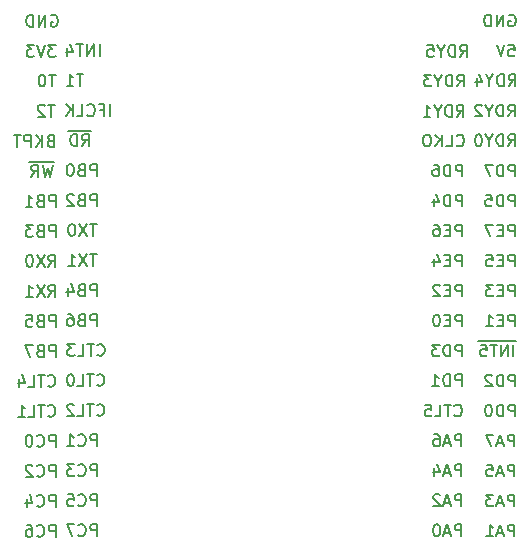
<source format=gbr>
%TF.GenerationSoftware,KiCad,Pcbnew,6.0.11-2627ca5db0~126~ubuntu20.04.1*%
%TF.CreationDate,2023-02-28T18:41:23+07:00*%
%TF.ProjectId,CY7C68013A-100,43593743-3638-4303-9133-412d3130302e,rev?*%
%TF.SameCoordinates,Original*%
%TF.FileFunction,Legend,Bot*%
%TF.FilePolarity,Positive*%
%FSLAX46Y46*%
G04 Gerber Fmt 4.6, Leading zero omitted, Abs format (unit mm)*
G04 Created by KiCad (PCBNEW 6.0.11-2627ca5db0~126~ubuntu20.04.1) date 2023-02-28 18:41:23*
%MOMM*%
%LPD*%
G01*
G04 APERTURE LIST*
%ADD10C,0.200000*%
G04 APERTURE END LIST*
D10*
X121989695Y-99909380D02*
X121418266Y-99909380D01*
X121703980Y-100909380D02*
X121703980Y-99909380D01*
X121180171Y-99909380D02*
X120513504Y-100909380D01*
X120513504Y-99909380D02*
X121180171Y-100909380D01*
X119608742Y-100909380D02*
X120180171Y-100909380D01*
X119894457Y-100909380D02*
X119894457Y-99909380D01*
X119989695Y-100052238D01*
X120084933Y-100147476D01*
X120180171Y-100195095D01*
X118509895Y-123845580D02*
X118509895Y-122845580D01*
X118128942Y-122845580D01*
X118033704Y-122893200D01*
X117986085Y-122940819D01*
X117938466Y-123036057D01*
X117938466Y-123178914D01*
X117986085Y-123274152D01*
X118033704Y-123321771D01*
X118128942Y-123369390D01*
X118509895Y-123369390D01*
X116938466Y-123750342D02*
X116986085Y-123797961D01*
X117128942Y-123845580D01*
X117224180Y-123845580D01*
X117367038Y-123797961D01*
X117462276Y-123702723D01*
X117509895Y-123607485D01*
X117557514Y-123417009D01*
X117557514Y-123274152D01*
X117509895Y-123083676D01*
X117462276Y-122988438D01*
X117367038Y-122893200D01*
X117224180Y-122845580D01*
X117128942Y-122845580D01*
X116986085Y-122893200D01*
X116938466Y-122940819D01*
X116081323Y-122845580D02*
X116271800Y-122845580D01*
X116367038Y-122893200D01*
X116414657Y-122940819D01*
X116509895Y-123083676D01*
X116557514Y-123274152D01*
X116557514Y-123655104D01*
X116509895Y-123750342D01*
X116462276Y-123797961D01*
X116367038Y-123845580D01*
X116176561Y-123845580D01*
X116081323Y-123797961D01*
X116033704Y-123750342D01*
X115986085Y-123655104D01*
X115986085Y-123417009D01*
X116033704Y-123321771D01*
X116081323Y-123274152D01*
X116176561Y-123226533D01*
X116367038Y-123226533D01*
X116462276Y-123274152D01*
X116509895Y-123321771D01*
X116557514Y-123417009D01*
X118509895Y-106065580D02*
X118509895Y-105065580D01*
X118128942Y-105065580D01*
X118033704Y-105113200D01*
X117986085Y-105160819D01*
X117938466Y-105256057D01*
X117938466Y-105398914D01*
X117986085Y-105494152D01*
X118033704Y-105541771D01*
X118128942Y-105589390D01*
X118509895Y-105589390D01*
X117176561Y-105541771D02*
X117033704Y-105589390D01*
X116986085Y-105637009D01*
X116938466Y-105732247D01*
X116938466Y-105875104D01*
X116986085Y-105970342D01*
X117033704Y-106017961D01*
X117128942Y-106065580D01*
X117509895Y-106065580D01*
X117509895Y-105065580D01*
X117176561Y-105065580D01*
X117081323Y-105113200D01*
X117033704Y-105160819D01*
X116986085Y-105256057D01*
X116986085Y-105351295D01*
X117033704Y-105446533D01*
X117081323Y-105494152D01*
X117176561Y-105541771D01*
X117509895Y-105541771D01*
X116033704Y-105065580D02*
X116509895Y-105065580D01*
X116557514Y-105541771D01*
X116509895Y-105494152D01*
X116414657Y-105446533D01*
X116176561Y-105446533D01*
X116081323Y-105494152D01*
X116033704Y-105541771D01*
X115986085Y-105637009D01*
X115986085Y-105875104D01*
X116033704Y-105970342D01*
X116081323Y-106017961D01*
X116176561Y-106065580D01*
X116414657Y-106065580D01*
X116509895Y-106017961D01*
X116557514Y-105970342D01*
X118073323Y-90301771D02*
X117930466Y-90349390D01*
X117882847Y-90397009D01*
X117835228Y-90492247D01*
X117835228Y-90635104D01*
X117882847Y-90730342D01*
X117930466Y-90777961D01*
X118025704Y-90825580D01*
X118406657Y-90825580D01*
X118406657Y-89825580D01*
X118073323Y-89825580D01*
X117978085Y-89873200D01*
X117930466Y-89920819D01*
X117882847Y-90016057D01*
X117882847Y-90111295D01*
X117930466Y-90206533D01*
X117978085Y-90254152D01*
X118073323Y-90301771D01*
X118406657Y-90301771D01*
X117406657Y-90825580D02*
X117406657Y-89825580D01*
X116835228Y-90825580D02*
X117263799Y-90254152D01*
X116835228Y-89825580D02*
X117406657Y-90397009D01*
X116406657Y-90825580D02*
X116406657Y-89825580D01*
X116025704Y-89825580D01*
X115930466Y-89873200D01*
X115882847Y-89920819D01*
X115835228Y-90016057D01*
X115835228Y-90158914D01*
X115882847Y-90254152D01*
X115930466Y-90301771D01*
X116025704Y-90349390D01*
X116406657Y-90349390D01*
X115549514Y-89825580D02*
X114978085Y-89825580D01*
X115263799Y-90825580D02*
X115263799Y-89825580D01*
X123118333Y-88234780D02*
X123118333Y-87234780D01*
X122308809Y-87710971D02*
X122642142Y-87710971D01*
X122642142Y-88234780D02*
X122642142Y-87234780D01*
X122165952Y-87234780D01*
X121213571Y-88139542D02*
X121261190Y-88187161D01*
X121404047Y-88234780D01*
X121499285Y-88234780D01*
X121642142Y-88187161D01*
X121737380Y-88091923D01*
X121785000Y-87996685D01*
X121832619Y-87806209D01*
X121832619Y-87663352D01*
X121785000Y-87472876D01*
X121737380Y-87377638D01*
X121642142Y-87282400D01*
X121499285Y-87234780D01*
X121404047Y-87234780D01*
X121261190Y-87282400D01*
X121213571Y-87330019D01*
X120308809Y-88234780D02*
X120785000Y-88234780D01*
X120785000Y-87234780D01*
X119975476Y-88234780D02*
X119975476Y-87234780D01*
X119404047Y-88234780D02*
X119832619Y-87663352D01*
X119404047Y-87234780D02*
X119975476Y-87806209D01*
X156854448Y-82180180D02*
X157330638Y-82180180D01*
X157378257Y-82656371D01*
X157330638Y-82608752D01*
X157235400Y-82561133D01*
X156997305Y-82561133D01*
X156902067Y-82608752D01*
X156854448Y-82656371D01*
X156806829Y-82751609D01*
X156806829Y-82989704D01*
X156854448Y-83084942D01*
X156902067Y-83132561D01*
X156997305Y-83180180D01*
X157235400Y-83180180D01*
X157330638Y-83132561D01*
X157378257Y-83084942D01*
X156521114Y-82180180D02*
X156187781Y-83180180D01*
X155854448Y-82180180D01*
X152898267Y-111094780D02*
X152898267Y-110094780D01*
X152517314Y-110094780D01*
X152422076Y-110142400D01*
X152374457Y-110190019D01*
X152326838Y-110285257D01*
X152326838Y-110428114D01*
X152374457Y-110523352D01*
X152422076Y-110570971D01*
X152517314Y-110618590D01*
X152898267Y-110618590D01*
X151898267Y-111094780D02*
X151898267Y-110094780D01*
X151660172Y-110094780D01*
X151517314Y-110142400D01*
X151422076Y-110237638D01*
X151374457Y-110332876D01*
X151326838Y-110523352D01*
X151326838Y-110666209D01*
X151374457Y-110856685D01*
X151422076Y-110951923D01*
X151517314Y-111047161D01*
X151660172Y-111094780D01*
X151898267Y-111094780D01*
X150374457Y-111094780D02*
X150945886Y-111094780D01*
X150660172Y-111094780D02*
X150660172Y-110094780D01*
X150755410Y-110237638D01*
X150850648Y-110332876D01*
X150945886Y-110380495D01*
X121989695Y-103449380D02*
X121989695Y-102449380D01*
X121608742Y-102449380D01*
X121513504Y-102497000D01*
X121465885Y-102544619D01*
X121418266Y-102639857D01*
X121418266Y-102782714D01*
X121465885Y-102877952D01*
X121513504Y-102925571D01*
X121608742Y-102973190D01*
X121989695Y-102973190D01*
X120656361Y-102925571D02*
X120513504Y-102973190D01*
X120465885Y-103020809D01*
X120418266Y-103116047D01*
X120418266Y-103258904D01*
X120465885Y-103354142D01*
X120513504Y-103401761D01*
X120608742Y-103449380D01*
X120989695Y-103449380D01*
X120989695Y-102449380D01*
X120656361Y-102449380D01*
X120561123Y-102497000D01*
X120513504Y-102544619D01*
X120465885Y-102639857D01*
X120465885Y-102735095D01*
X120513504Y-102830333D01*
X120561123Y-102877952D01*
X120656361Y-102925571D01*
X120989695Y-102925571D01*
X119561123Y-102782714D02*
X119561123Y-103449380D01*
X119799219Y-102401761D02*
X120037314Y-103116047D01*
X119418266Y-103116047D01*
X118135304Y-79713200D02*
X118230542Y-79665580D01*
X118373400Y-79665580D01*
X118516257Y-79713200D01*
X118611495Y-79808438D01*
X118659114Y-79903676D01*
X118706733Y-80094152D01*
X118706733Y-80237009D01*
X118659114Y-80427485D01*
X118611495Y-80522723D01*
X118516257Y-80617961D01*
X118373400Y-80665580D01*
X118278161Y-80665580D01*
X118135304Y-80617961D01*
X118087685Y-80570342D01*
X118087685Y-80237009D01*
X118278161Y-80237009D01*
X117659114Y-80665580D02*
X117659114Y-79665580D01*
X117087685Y-80665580D01*
X117087685Y-79665580D01*
X116611495Y-80665580D02*
X116611495Y-79665580D01*
X116373400Y-79665580D01*
X116230542Y-79713200D01*
X116135304Y-79808438D01*
X116087685Y-79903676D01*
X116040066Y-80094152D01*
X116040066Y-80237009D01*
X116087685Y-80427485D01*
X116135304Y-80522723D01*
X116230542Y-80617961D01*
X116373400Y-80665580D01*
X116611495Y-80665580D01*
X152285580Y-113564942D02*
X152333200Y-113612561D01*
X152476057Y-113660180D01*
X152571295Y-113660180D01*
X152714152Y-113612561D01*
X152809390Y-113517323D01*
X152857009Y-113422085D01*
X152904628Y-113231609D01*
X152904628Y-113088752D01*
X152857009Y-112898276D01*
X152809390Y-112803038D01*
X152714152Y-112707800D01*
X152571295Y-112660180D01*
X152476057Y-112660180D01*
X152333200Y-112707800D01*
X152285580Y-112755419D01*
X151999866Y-112660180D02*
X151428438Y-112660180D01*
X151714152Y-113660180D02*
X151714152Y-112660180D01*
X150618914Y-113660180D02*
X151095104Y-113660180D01*
X151095104Y-112660180D01*
X149809390Y-112660180D02*
X150285580Y-112660180D01*
X150333200Y-113136371D01*
X150285580Y-113088752D01*
X150190342Y-113041133D01*
X149952247Y-113041133D01*
X149857009Y-113088752D01*
X149809390Y-113136371D01*
X149761771Y-113231609D01*
X149761771Y-113469704D01*
X149809390Y-113564942D01*
X149857009Y-113612561D01*
X149952247Y-113660180D01*
X150190342Y-113660180D01*
X150285580Y-113612561D01*
X150333200Y-113564942D01*
X122019818Y-110974142D02*
X122067438Y-111021761D01*
X122210295Y-111069380D01*
X122305533Y-111069380D01*
X122448390Y-111021761D01*
X122543628Y-110926523D01*
X122591247Y-110831285D01*
X122638866Y-110640809D01*
X122638866Y-110497952D01*
X122591247Y-110307476D01*
X122543628Y-110212238D01*
X122448390Y-110117000D01*
X122305533Y-110069380D01*
X122210295Y-110069380D01*
X122067438Y-110117000D01*
X122019818Y-110164619D01*
X121734104Y-110069380D02*
X121162676Y-110069380D01*
X121448390Y-111069380D02*
X121448390Y-110069380D01*
X120353152Y-111069380D02*
X120829342Y-111069380D01*
X120829342Y-110069380D01*
X119829342Y-110069380D02*
X119734104Y-110069380D01*
X119638866Y-110117000D01*
X119591247Y-110164619D01*
X119543628Y-110259857D01*
X119496009Y-110450333D01*
X119496009Y-110688428D01*
X119543628Y-110878904D01*
X119591247Y-110974142D01*
X119638866Y-111021761D01*
X119734104Y-111069380D01*
X119829342Y-111069380D01*
X119924580Y-111021761D01*
X119972199Y-110974142D01*
X120019818Y-110878904D01*
X120067438Y-110688428D01*
X120067438Y-110450333D01*
X120019818Y-110259857D01*
X119972199Y-110164619D01*
X119924580Y-110117000D01*
X119829342Y-110069380D01*
X122015095Y-116174780D02*
X122015095Y-115174780D01*
X121634142Y-115174780D01*
X121538904Y-115222400D01*
X121491285Y-115270019D01*
X121443666Y-115365257D01*
X121443666Y-115508114D01*
X121491285Y-115603352D01*
X121538904Y-115650971D01*
X121634142Y-115698590D01*
X122015095Y-115698590D01*
X120443666Y-116079542D02*
X120491285Y-116127161D01*
X120634142Y-116174780D01*
X120729380Y-116174780D01*
X120872238Y-116127161D01*
X120967476Y-116031923D01*
X121015095Y-115936685D01*
X121062714Y-115746209D01*
X121062714Y-115603352D01*
X121015095Y-115412876D01*
X120967476Y-115317638D01*
X120872238Y-115222400D01*
X120729380Y-115174780D01*
X120634142Y-115174780D01*
X120491285Y-115222400D01*
X120443666Y-115270019D01*
X119491285Y-116174780D02*
X120062714Y-116174780D01*
X119777000Y-116174780D02*
X119777000Y-115174780D01*
X119872238Y-115317638D01*
X119967476Y-115412876D01*
X120062714Y-115460495D01*
X117914657Y-100985580D02*
X118247990Y-100509390D01*
X118486085Y-100985580D02*
X118486085Y-99985580D01*
X118105133Y-99985580D01*
X118009895Y-100033200D01*
X117962276Y-100080819D01*
X117914657Y-100176057D01*
X117914657Y-100318914D01*
X117962276Y-100414152D01*
X118009895Y-100461771D01*
X118105133Y-100509390D01*
X118486085Y-100509390D01*
X117581323Y-99985580D02*
X116914657Y-100985580D01*
X116914657Y-99985580D02*
X117581323Y-100985580D01*
X116343228Y-99985580D02*
X116247990Y-99985580D01*
X116152752Y-100033200D01*
X116105133Y-100080819D01*
X116057514Y-100176057D01*
X116009895Y-100366533D01*
X116009895Y-100604628D01*
X116057514Y-100795104D01*
X116105133Y-100890342D01*
X116152752Y-100937961D01*
X116247990Y-100985580D01*
X116343228Y-100985580D01*
X116438466Y-100937961D01*
X116486085Y-100890342D01*
X116533704Y-100795104D01*
X116581323Y-100604628D01*
X116581323Y-100366533D01*
X116533704Y-100176057D01*
X116486085Y-100080819D01*
X116438466Y-100033200D01*
X116343228Y-99985580D01*
X118516304Y-84720180D02*
X117944876Y-84720180D01*
X118230590Y-85720180D02*
X118230590Y-84720180D01*
X117421066Y-84720180D02*
X117325828Y-84720180D01*
X117230590Y-84767800D01*
X117182971Y-84815419D01*
X117135352Y-84910657D01*
X117087733Y-85101133D01*
X117087733Y-85339228D01*
X117135352Y-85529704D01*
X117182971Y-85624942D01*
X117230590Y-85672561D01*
X117325828Y-85720180D01*
X117421066Y-85720180D01*
X117516304Y-85672561D01*
X117563923Y-85624942D01*
X117611542Y-85529704D01*
X117659161Y-85339228D01*
X117659161Y-85101133D01*
X117611542Y-84910657D01*
X117563923Y-84815419D01*
X117516304Y-84767800D01*
X117421066Y-84720180D01*
X157422695Y-95880180D02*
X157422695Y-94880180D01*
X157041742Y-94880180D01*
X156946504Y-94927800D01*
X156898885Y-94975419D01*
X156851266Y-95070657D01*
X156851266Y-95213514D01*
X156898885Y-95308752D01*
X156946504Y-95356371D01*
X157041742Y-95403990D01*
X157422695Y-95403990D01*
X156422695Y-95880180D02*
X156422695Y-94880180D01*
X156184600Y-94880180D01*
X156041742Y-94927800D01*
X155946504Y-95023038D01*
X155898885Y-95118276D01*
X155851266Y-95308752D01*
X155851266Y-95451609D01*
X155898885Y-95642085D01*
X155946504Y-95737323D01*
X156041742Y-95832561D01*
X156184600Y-95880180D01*
X156422695Y-95880180D01*
X154946504Y-94880180D02*
X155422695Y-94880180D01*
X155470314Y-95356371D01*
X155422695Y-95308752D01*
X155327457Y-95261133D01*
X155089361Y-95261133D01*
X154994123Y-95308752D01*
X154946504Y-95356371D01*
X154898885Y-95451609D01*
X154898885Y-95689704D01*
X154946504Y-95784942D01*
X154994123Y-95832561D01*
X155089361Y-95880180D01*
X155327457Y-95880180D01*
X155422695Y-95832561D01*
X155470314Y-95784942D01*
X152877638Y-116174780D02*
X152877638Y-115174780D01*
X152496686Y-115174780D01*
X152401448Y-115222400D01*
X152353829Y-115270019D01*
X152306210Y-115365257D01*
X152306210Y-115508114D01*
X152353829Y-115603352D01*
X152401448Y-115650971D01*
X152496686Y-115698590D01*
X152877638Y-115698590D01*
X151925257Y-115889066D02*
X151449067Y-115889066D01*
X152020495Y-116174780D02*
X151687162Y-115174780D01*
X151353829Y-116174780D01*
X150591924Y-115174780D02*
X150782400Y-115174780D01*
X150877638Y-115222400D01*
X150925257Y-115270019D01*
X151020495Y-115412876D01*
X151068114Y-115603352D01*
X151068114Y-115984304D01*
X151020495Y-116079542D01*
X150972876Y-116127161D01*
X150877638Y-116174780D01*
X150687162Y-116174780D01*
X150591924Y-116127161D01*
X150544305Y-116079542D01*
X150496686Y-115984304D01*
X150496686Y-115746209D01*
X150544305Y-115650971D01*
X150591924Y-115603352D01*
X150687162Y-115555733D01*
X150877638Y-115555733D01*
X150972876Y-115603352D01*
X151020495Y-115650971D01*
X151068114Y-115746209D01*
X121989695Y-105989380D02*
X121989695Y-104989380D01*
X121608742Y-104989380D01*
X121513504Y-105037000D01*
X121465885Y-105084619D01*
X121418266Y-105179857D01*
X121418266Y-105322714D01*
X121465885Y-105417952D01*
X121513504Y-105465571D01*
X121608742Y-105513190D01*
X121989695Y-105513190D01*
X120656361Y-105465571D02*
X120513504Y-105513190D01*
X120465885Y-105560809D01*
X120418266Y-105656047D01*
X120418266Y-105798904D01*
X120465885Y-105894142D01*
X120513504Y-105941761D01*
X120608742Y-105989380D01*
X120989695Y-105989380D01*
X120989695Y-104989380D01*
X120656361Y-104989380D01*
X120561123Y-105037000D01*
X120513504Y-105084619D01*
X120465885Y-105179857D01*
X120465885Y-105275095D01*
X120513504Y-105370333D01*
X120561123Y-105417952D01*
X120656361Y-105465571D01*
X120989695Y-105465571D01*
X119561123Y-104989380D02*
X119751600Y-104989380D01*
X119846838Y-105037000D01*
X119894457Y-105084619D01*
X119989695Y-105227476D01*
X120037314Y-105417952D01*
X120037314Y-105798904D01*
X119989695Y-105894142D01*
X119942076Y-105941761D01*
X119846838Y-105989380D01*
X119656361Y-105989380D01*
X119561123Y-105941761D01*
X119513504Y-105894142D01*
X119465885Y-105798904D01*
X119465885Y-105560809D01*
X119513504Y-105465571D01*
X119561123Y-105417952D01*
X119656361Y-105370333D01*
X119846838Y-105370333D01*
X119942076Y-105417952D01*
X119989695Y-105465571D01*
X120037314Y-105560809D01*
X157351266Y-121280180D02*
X157351266Y-120280180D01*
X156970314Y-120280180D01*
X156875076Y-120327800D01*
X156827457Y-120375419D01*
X156779838Y-120470657D01*
X156779838Y-120613514D01*
X156827457Y-120708752D01*
X156875076Y-120756371D01*
X156970314Y-120803990D01*
X157351266Y-120803990D01*
X156398885Y-120994466D02*
X155922695Y-120994466D01*
X156494123Y-121280180D02*
X156160790Y-120280180D01*
X155827457Y-121280180D01*
X155589361Y-120280180D02*
X154970314Y-120280180D01*
X155303647Y-120661133D01*
X155160790Y-120661133D01*
X155065552Y-120708752D01*
X155017933Y-120756371D01*
X154970314Y-120851609D01*
X154970314Y-121089704D01*
X155017933Y-121184942D01*
X155065552Y-121232561D01*
X155160790Y-121280180D01*
X155446504Y-121280180D01*
X155541742Y-121232561D01*
X155589361Y-121184942D01*
X122019818Y-113514142D02*
X122067438Y-113561761D01*
X122210295Y-113609380D01*
X122305533Y-113609380D01*
X122448390Y-113561761D01*
X122543628Y-113466523D01*
X122591247Y-113371285D01*
X122638866Y-113180809D01*
X122638866Y-113037952D01*
X122591247Y-112847476D01*
X122543628Y-112752238D01*
X122448390Y-112657000D01*
X122305533Y-112609380D01*
X122210295Y-112609380D01*
X122067438Y-112657000D01*
X122019818Y-112704619D01*
X121734104Y-112609380D02*
X121162676Y-112609380D01*
X121448390Y-113609380D02*
X121448390Y-112609380D01*
X120353152Y-113609380D02*
X120829342Y-113609380D01*
X120829342Y-112609380D01*
X120067438Y-112704619D02*
X120019818Y-112657000D01*
X119924580Y-112609380D01*
X119686485Y-112609380D01*
X119591247Y-112657000D01*
X119543628Y-112704619D01*
X119496009Y-112799857D01*
X119496009Y-112895095D01*
X119543628Y-113037952D01*
X120115057Y-113609380D01*
X119496009Y-113609380D01*
X157351266Y-118740180D02*
X157351266Y-117740180D01*
X156970314Y-117740180D01*
X156875076Y-117787800D01*
X156827457Y-117835419D01*
X156779838Y-117930657D01*
X156779838Y-118073514D01*
X156827457Y-118168752D01*
X156875076Y-118216371D01*
X156970314Y-118263990D01*
X157351266Y-118263990D01*
X156398885Y-118454466D02*
X155922695Y-118454466D01*
X156494123Y-118740180D02*
X156160790Y-117740180D01*
X155827457Y-118740180D01*
X155017933Y-117740180D02*
X155494123Y-117740180D01*
X155541742Y-118216371D01*
X155494123Y-118168752D01*
X155398885Y-118121133D01*
X155160790Y-118121133D01*
X155065552Y-118168752D01*
X155017933Y-118216371D01*
X154970314Y-118311609D01*
X154970314Y-118549704D01*
X155017933Y-118644942D01*
X155065552Y-118692561D01*
X155160790Y-118740180D01*
X155398885Y-118740180D01*
X155494123Y-118692561D01*
X155541742Y-118644942D01*
X118509895Y-108605580D02*
X118509895Y-107605580D01*
X118128942Y-107605580D01*
X118033704Y-107653200D01*
X117986085Y-107700819D01*
X117938466Y-107796057D01*
X117938466Y-107938914D01*
X117986085Y-108034152D01*
X118033704Y-108081771D01*
X118128942Y-108129390D01*
X118509895Y-108129390D01*
X117176561Y-108081771D02*
X117033704Y-108129390D01*
X116986085Y-108177009D01*
X116938466Y-108272247D01*
X116938466Y-108415104D01*
X116986085Y-108510342D01*
X117033704Y-108557961D01*
X117128942Y-108605580D01*
X117509895Y-108605580D01*
X117509895Y-107605580D01*
X117176561Y-107605580D01*
X117081323Y-107653200D01*
X117033704Y-107700819D01*
X116986085Y-107796057D01*
X116986085Y-107891295D01*
X117033704Y-107986533D01*
X117081323Y-108034152D01*
X117176561Y-108081771D01*
X117509895Y-108081771D01*
X116605133Y-107605580D02*
X115938466Y-107605580D01*
X116367038Y-108605580D01*
X118419428Y-92083200D02*
X117276571Y-92083200D01*
X118276571Y-92365580D02*
X118038476Y-93365580D01*
X117848000Y-92651295D01*
X117657523Y-93365580D01*
X117419428Y-92365580D01*
X117276571Y-92083200D02*
X116276571Y-92083200D01*
X116467047Y-93365580D02*
X116800380Y-92889390D01*
X117038476Y-93365580D02*
X117038476Y-92365580D01*
X116657523Y-92365580D01*
X116562285Y-92413200D01*
X116514666Y-92460819D01*
X116467047Y-92556057D01*
X116467047Y-92698914D01*
X116514666Y-92794152D01*
X116562285Y-92841771D01*
X116657523Y-92889390D01*
X117038476Y-92889390D01*
X156870210Y-85694780D02*
X157203543Y-85218590D01*
X157441638Y-85694780D02*
X157441638Y-84694780D01*
X157060686Y-84694780D01*
X156965448Y-84742400D01*
X156917829Y-84790019D01*
X156870210Y-84885257D01*
X156870210Y-85028114D01*
X156917829Y-85123352D01*
X156965448Y-85170971D01*
X157060686Y-85218590D01*
X157441638Y-85218590D01*
X156441638Y-85694780D02*
X156441638Y-84694780D01*
X156203543Y-84694780D01*
X156060686Y-84742400D01*
X155965448Y-84837638D01*
X155917829Y-84932876D01*
X155870210Y-85123352D01*
X155870210Y-85266209D01*
X155917829Y-85456685D01*
X155965448Y-85551923D01*
X156060686Y-85647161D01*
X156203543Y-85694780D01*
X156441638Y-85694780D01*
X155251162Y-85218590D02*
X155251162Y-85694780D01*
X155584495Y-84694780D02*
X155251162Y-85218590D01*
X154917829Y-84694780D01*
X154155924Y-85028114D02*
X154155924Y-85694780D01*
X154394019Y-84647161D02*
X154632114Y-85361447D01*
X154013067Y-85361447D01*
X117914657Y-103525580D02*
X118247990Y-103049390D01*
X118486085Y-103525580D02*
X118486085Y-102525580D01*
X118105133Y-102525580D01*
X118009895Y-102573200D01*
X117962276Y-102620819D01*
X117914657Y-102716057D01*
X117914657Y-102858914D01*
X117962276Y-102954152D01*
X118009895Y-103001771D01*
X118105133Y-103049390D01*
X118486085Y-103049390D01*
X117581323Y-102525580D02*
X116914657Y-103525580D01*
X116914657Y-102525580D02*
X117581323Y-103525580D01*
X116009895Y-103525580D02*
X116581323Y-103525580D01*
X116295609Y-103525580D02*
X116295609Y-102525580D01*
X116390847Y-102668438D01*
X116486085Y-102763676D01*
X116581323Y-102811295D01*
X121548400Y-89467000D02*
X120548400Y-89467000D01*
X120738876Y-90749380D02*
X121072209Y-90273190D01*
X121310304Y-90749380D02*
X121310304Y-89749380D01*
X120929352Y-89749380D01*
X120834114Y-89797000D01*
X120786495Y-89844619D01*
X120738876Y-89939857D01*
X120738876Y-90082714D01*
X120786495Y-90177952D01*
X120834114Y-90225571D01*
X120929352Y-90273190D01*
X121310304Y-90273190D01*
X120548400Y-89467000D02*
X119548400Y-89467000D01*
X120310304Y-90749380D02*
X120310304Y-89749380D01*
X120072209Y-89749380D01*
X119929352Y-89797000D01*
X119834114Y-89892238D01*
X119786495Y-89987476D01*
X119738876Y-90177952D01*
X119738876Y-90320809D01*
X119786495Y-90511285D01*
X119834114Y-90606523D01*
X119929352Y-90701761D01*
X120072209Y-90749380D01*
X120310304Y-90749380D01*
X121989695Y-95829380D02*
X121989695Y-94829380D01*
X121608742Y-94829380D01*
X121513504Y-94877000D01*
X121465885Y-94924619D01*
X121418266Y-95019857D01*
X121418266Y-95162714D01*
X121465885Y-95257952D01*
X121513504Y-95305571D01*
X121608742Y-95353190D01*
X121989695Y-95353190D01*
X120656361Y-95305571D02*
X120513504Y-95353190D01*
X120465885Y-95400809D01*
X120418266Y-95496047D01*
X120418266Y-95638904D01*
X120465885Y-95734142D01*
X120513504Y-95781761D01*
X120608742Y-95829380D01*
X120989695Y-95829380D01*
X120989695Y-94829380D01*
X120656361Y-94829380D01*
X120561123Y-94877000D01*
X120513504Y-94924619D01*
X120465885Y-95019857D01*
X120465885Y-95115095D01*
X120513504Y-95210333D01*
X120561123Y-95257952D01*
X120656361Y-95305571D01*
X120989695Y-95305571D01*
X120037314Y-94924619D02*
X119989695Y-94877000D01*
X119894457Y-94829380D01*
X119656361Y-94829380D01*
X119561123Y-94877000D01*
X119513504Y-94924619D01*
X119465885Y-95019857D01*
X119465885Y-95115095D01*
X119513504Y-95257952D01*
X120084933Y-95829380D01*
X119465885Y-95829380D01*
X157422695Y-113660180D02*
X157422695Y-112660180D01*
X157041742Y-112660180D01*
X156946504Y-112707800D01*
X156898885Y-112755419D01*
X156851266Y-112850657D01*
X156851266Y-112993514D01*
X156898885Y-113088752D01*
X156946504Y-113136371D01*
X157041742Y-113183990D01*
X157422695Y-113183990D01*
X156422695Y-113660180D02*
X156422695Y-112660180D01*
X156184600Y-112660180D01*
X156041742Y-112707800D01*
X155946504Y-112803038D01*
X155898885Y-112898276D01*
X155851266Y-113088752D01*
X155851266Y-113231609D01*
X155898885Y-113422085D01*
X155946504Y-113517323D01*
X156041742Y-113612561D01*
X156184600Y-113660180D01*
X156422695Y-113660180D01*
X155232219Y-112660180D02*
X155136980Y-112660180D01*
X155041742Y-112707800D01*
X154994123Y-112755419D01*
X154946504Y-112850657D01*
X154898885Y-113041133D01*
X154898885Y-113279228D01*
X154946504Y-113469704D01*
X154994123Y-113564942D01*
X155041742Y-113612561D01*
X155136980Y-113660180D01*
X155232219Y-113660180D01*
X155327457Y-113612561D01*
X155375076Y-113564942D01*
X155422695Y-113469704D01*
X155470314Y-113279228D01*
X155470314Y-113041133D01*
X155422695Y-112850657D01*
X155375076Y-112755419D01*
X155327457Y-112707800D01*
X155232219Y-112660180D01*
X121989695Y-97369380D02*
X121418266Y-97369380D01*
X121703980Y-98369380D02*
X121703980Y-97369380D01*
X121180171Y-97369380D02*
X120513504Y-98369380D01*
X120513504Y-97369380D02*
X121180171Y-98369380D01*
X119942076Y-97369380D02*
X119846838Y-97369380D01*
X119751600Y-97417000D01*
X119703980Y-97464619D01*
X119656361Y-97559857D01*
X119608742Y-97750333D01*
X119608742Y-97988428D01*
X119656361Y-98178904D01*
X119703980Y-98274142D01*
X119751600Y-98321761D01*
X119846838Y-98369380D01*
X119942076Y-98369380D01*
X120037314Y-98321761D01*
X120084933Y-98274142D01*
X120132552Y-98178904D01*
X120180171Y-97988428D01*
X120180171Y-97750333D01*
X120132552Y-97559857D01*
X120084933Y-97464619D01*
X120037314Y-97417000D01*
X119942076Y-97369380D01*
X122234152Y-83154780D02*
X122234152Y-82154780D01*
X121757961Y-83154780D02*
X121757961Y-82154780D01*
X121186533Y-83154780D01*
X121186533Y-82154780D01*
X120853200Y-82154780D02*
X120281771Y-82154780D01*
X120567485Y-83154780D02*
X120567485Y-82154780D01*
X119519866Y-82488114D02*
X119519866Y-83154780D01*
X119757961Y-82107161D02*
X119996057Y-82821447D01*
X119377009Y-82821447D01*
X117868580Y-113590342D02*
X117916200Y-113637961D01*
X118059057Y-113685580D01*
X118154295Y-113685580D01*
X118297152Y-113637961D01*
X118392390Y-113542723D01*
X118440009Y-113447485D01*
X118487628Y-113257009D01*
X118487628Y-113114152D01*
X118440009Y-112923676D01*
X118392390Y-112828438D01*
X118297152Y-112733200D01*
X118154295Y-112685580D01*
X118059057Y-112685580D01*
X117916200Y-112733200D01*
X117868580Y-112780819D01*
X117582866Y-112685580D02*
X117011438Y-112685580D01*
X117297152Y-113685580D02*
X117297152Y-112685580D01*
X116201914Y-113685580D02*
X116678104Y-113685580D01*
X116678104Y-112685580D01*
X115344771Y-113685580D02*
X115916200Y-113685580D01*
X115630485Y-113685580D02*
X115630485Y-112685580D01*
X115725723Y-112828438D01*
X115820961Y-112923676D01*
X115916200Y-112971295D01*
X157422695Y-93340180D02*
X157422695Y-92340180D01*
X157041742Y-92340180D01*
X156946504Y-92387800D01*
X156898885Y-92435419D01*
X156851266Y-92530657D01*
X156851266Y-92673514D01*
X156898885Y-92768752D01*
X156946504Y-92816371D01*
X157041742Y-92863990D01*
X157422695Y-92863990D01*
X156422695Y-93340180D02*
X156422695Y-92340180D01*
X156184600Y-92340180D01*
X156041742Y-92387800D01*
X155946504Y-92483038D01*
X155898885Y-92578276D01*
X155851266Y-92768752D01*
X155851266Y-92911609D01*
X155898885Y-93102085D01*
X155946504Y-93197323D01*
X156041742Y-93292561D01*
X156184600Y-93340180D01*
X156422695Y-93340180D01*
X155517933Y-92340180D02*
X154851266Y-92340180D01*
X155279838Y-93340180D01*
X118509895Y-116225580D02*
X118509895Y-115225580D01*
X118128942Y-115225580D01*
X118033704Y-115273200D01*
X117986085Y-115320819D01*
X117938466Y-115416057D01*
X117938466Y-115558914D01*
X117986085Y-115654152D01*
X118033704Y-115701771D01*
X118128942Y-115749390D01*
X118509895Y-115749390D01*
X116938466Y-116130342D02*
X116986085Y-116177961D01*
X117128942Y-116225580D01*
X117224180Y-116225580D01*
X117367038Y-116177961D01*
X117462276Y-116082723D01*
X117509895Y-115987485D01*
X117557514Y-115797009D01*
X117557514Y-115654152D01*
X117509895Y-115463676D01*
X117462276Y-115368438D01*
X117367038Y-115273200D01*
X117224180Y-115225580D01*
X117128942Y-115225580D01*
X116986085Y-115273200D01*
X116938466Y-115320819D01*
X116319419Y-115225580D02*
X116224180Y-115225580D01*
X116128942Y-115273200D01*
X116081323Y-115320819D01*
X116033704Y-115416057D01*
X115986085Y-115606533D01*
X115986085Y-115844628D01*
X116033704Y-116035104D01*
X116081323Y-116130342D01*
X116128942Y-116177961D01*
X116224180Y-116225580D01*
X116319419Y-116225580D01*
X116414657Y-116177961D01*
X116462276Y-116130342D01*
X116509895Y-116035104D01*
X116557514Y-115844628D01*
X116557514Y-115606533D01*
X116509895Y-115416057D01*
X116462276Y-115320819D01*
X116414657Y-115273200D01*
X116319419Y-115225580D01*
X152949067Y-93340180D02*
X152949067Y-92340180D01*
X152568114Y-92340180D01*
X152472876Y-92387800D01*
X152425257Y-92435419D01*
X152377638Y-92530657D01*
X152377638Y-92673514D01*
X152425257Y-92768752D01*
X152472876Y-92816371D01*
X152568114Y-92863990D01*
X152949067Y-92863990D01*
X151949067Y-93340180D02*
X151949067Y-92340180D01*
X151710972Y-92340180D01*
X151568114Y-92387800D01*
X151472876Y-92483038D01*
X151425257Y-92578276D01*
X151377638Y-92768752D01*
X151377638Y-92911609D01*
X151425257Y-93102085D01*
X151472876Y-93197323D01*
X151568114Y-93292561D01*
X151710972Y-93340180D01*
X151949067Y-93340180D01*
X150520495Y-92340180D02*
X150710972Y-92340180D01*
X150806210Y-92387800D01*
X150853829Y-92435419D01*
X150949067Y-92578276D01*
X150996686Y-92768752D01*
X150996686Y-93149704D01*
X150949067Y-93244942D01*
X150901448Y-93292561D01*
X150806210Y-93340180D01*
X150615733Y-93340180D01*
X150520495Y-93292561D01*
X150472876Y-93244942D01*
X150425257Y-93149704D01*
X150425257Y-92911609D01*
X150472876Y-92816371D01*
X150520495Y-92768752D01*
X150615733Y-92721133D01*
X150806210Y-92721133D01*
X150901448Y-92768752D01*
X150949067Y-92816371D01*
X150996686Y-92911609D01*
X157498847Y-107297800D02*
X157022657Y-107297800D01*
X157260752Y-108580180D02*
X157260752Y-107580180D01*
X157022657Y-107297800D02*
X155975038Y-107297800D01*
X156784561Y-108580180D02*
X156784561Y-107580180D01*
X156213133Y-108580180D01*
X156213133Y-107580180D01*
X155975038Y-107297800D02*
X155213133Y-107297800D01*
X155879800Y-107580180D02*
X155308371Y-107580180D01*
X155594085Y-108580180D02*
X155594085Y-107580180D01*
X155213133Y-107297800D02*
X154260752Y-107297800D01*
X154498847Y-107580180D02*
X154975038Y-107580180D01*
X155022657Y-108056371D01*
X154975038Y-108008752D01*
X154879800Y-107961133D01*
X154641704Y-107961133D01*
X154546466Y-108008752D01*
X154498847Y-108056371D01*
X154451228Y-108151609D01*
X154451228Y-108389704D01*
X154498847Y-108484942D01*
X154546466Y-108532561D01*
X154641704Y-108580180D01*
X154879800Y-108580180D01*
X154975038Y-108532561D01*
X155022657Y-108484942D01*
X157375076Y-100960180D02*
X157375076Y-99960180D01*
X156994123Y-99960180D01*
X156898885Y-100007800D01*
X156851266Y-100055419D01*
X156803647Y-100150657D01*
X156803647Y-100293514D01*
X156851266Y-100388752D01*
X156898885Y-100436371D01*
X156994123Y-100483990D01*
X157375076Y-100483990D01*
X156375076Y-100436371D02*
X156041742Y-100436371D01*
X155898885Y-100960180D02*
X156375076Y-100960180D01*
X156375076Y-99960180D01*
X155898885Y-99960180D01*
X154994123Y-99960180D02*
X155470314Y-99960180D01*
X155517933Y-100436371D01*
X155470314Y-100388752D01*
X155375076Y-100341133D01*
X155136980Y-100341133D01*
X155041742Y-100388752D01*
X154994123Y-100436371D01*
X154946504Y-100531609D01*
X154946504Y-100769704D01*
X154994123Y-100864942D01*
X155041742Y-100912561D01*
X155136980Y-100960180D01*
X155375076Y-100960180D01*
X155470314Y-100912561D01*
X155517933Y-100864942D01*
X118440104Y-87285580D02*
X117868676Y-87285580D01*
X118154390Y-88285580D02*
X118154390Y-87285580D01*
X117582961Y-87380819D02*
X117535342Y-87333200D01*
X117440104Y-87285580D01*
X117202009Y-87285580D01*
X117106771Y-87333200D01*
X117059152Y-87380819D01*
X117011533Y-87476057D01*
X117011533Y-87571295D01*
X117059152Y-87714152D01*
X117630580Y-88285580D01*
X117011533Y-88285580D01*
X152877638Y-121254780D02*
X152877638Y-120254780D01*
X152496686Y-120254780D01*
X152401448Y-120302400D01*
X152353829Y-120350019D01*
X152306210Y-120445257D01*
X152306210Y-120588114D01*
X152353829Y-120683352D01*
X152401448Y-120730971D01*
X152496686Y-120778590D01*
X152877638Y-120778590D01*
X151925257Y-120969066D02*
X151449067Y-120969066D01*
X152020495Y-121254780D02*
X151687162Y-120254780D01*
X151353829Y-121254780D01*
X151068114Y-120350019D02*
X151020495Y-120302400D01*
X150925257Y-120254780D01*
X150687162Y-120254780D01*
X150591924Y-120302400D01*
X150544305Y-120350019D01*
X150496686Y-120445257D01*
X150496686Y-120540495D01*
X150544305Y-120683352D01*
X151115733Y-121254780D01*
X150496686Y-121254780D01*
X152901448Y-98420180D02*
X152901448Y-97420180D01*
X152520495Y-97420180D01*
X152425257Y-97467800D01*
X152377638Y-97515419D01*
X152330019Y-97610657D01*
X152330019Y-97753514D01*
X152377638Y-97848752D01*
X152425257Y-97896371D01*
X152520495Y-97943990D01*
X152901448Y-97943990D01*
X151901448Y-97896371D02*
X151568114Y-97896371D01*
X151425257Y-98420180D02*
X151901448Y-98420180D01*
X151901448Y-97420180D01*
X151425257Y-97420180D01*
X150568114Y-97420180D02*
X150758591Y-97420180D01*
X150853829Y-97467800D01*
X150901448Y-97515419D01*
X150996686Y-97658276D01*
X151044305Y-97848752D01*
X151044305Y-98229704D01*
X150996686Y-98324942D01*
X150949067Y-98372561D01*
X150853829Y-98420180D01*
X150663352Y-98420180D01*
X150568114Y-98372561D01*
X150520495Y-98324942D01*
X150472876Y-98229704D01*
X150472876Y-97991609D01*
X150520495Y-97896371D01*
X150568114Y-97848752D01*
X150663352Y-97801133D01*
X150853829Y-97801133D01*
X150949067Y-97848752D01*
X150996686Y-97896371D01*
X151044305Y-97991609D01*
X152479238Y-88285580D02*
X152812571Y-87809390D01*
X153050666Y-88285580D02*
X153050666Y-87285580D01*
X152669714Y-87285580D01*
X152574476Y-87333200D01*
X152526857Y-87380819D01*
X152479238Y-87476057D01*
X152479238Y-87618914D01*
X152526857Y-87714152D01*
X152574476Y-87761771D01*
X152669714Y-87809390D01*
X153050666Y-87809390D01*
X152050666Y-88285580D02*
X152050666Y-87285580D01*
X151812571Y-87285580D01*
X151669714Y-87333200D01*
X151574476Y-87428438D01*
X151526857Y-87523676D01*
X151479238Y-87714152D01*
X151479238Y-87857009D01*
X151526857Y-88047485D01*
X151574476Y-88142723D01*
X151669714Y-88237961D01*
X151812571Y-88285580D01*
X152050666Y-88285580D01*
X150860190Y-87809390D02*
X150860190Y-88285580D01*
X151193523Y-87285580D02*
X150860190Y-87809390D01*
X150526857Y-87285580D01*
X149669714Y-88285580D02*
X150241142Y-88285580D01*
X149955428Y-88285580D02*
X149955428Y-87285580D01*
X150050666Y-87428438D01*
X150145904Y-87523676D01*
X150241142Y-87571295D01*
X121989695Y-93289380D02*
X121989695Y-92289380D01*
X121608742Y-92289380D01*
X121513504Y-92337000D01*
X121465885Y-92384619D01*
X121418266Y-92479857D01*
X121418266Y-92622714D01*
X121465885Y-92717952D01*
X121513504Y-92765571D01*
X121608742Y-92813190D01*
X121989695Y-92813190D01*
X120656361Y-92765571D02*
X120513504Y-92813190D01*
X120465885Y-92860809D01*
X120418266Y-92956047D01*
X120418266Y-93098904D01*
X120465885Y-93194142D01*
X120513504Y-93241761D01*
X120608742Y-93289380D01*
X120989695Y-93289380D01*
X120989695Y-92289380D01*
X120656361Y-92289380D01*
X120561123Y-92337000D01*
X120513504Y-92384619D01*
X120465885Y-92479857D01*
X120465885Y-92575095D01*
X120513504Y-92670333D01*
X120561123Y-92717952D01*
X120656361Y-92765571D01*
X120989695Y-92765571D01*
X119799219Y-92289380D02*
X119703980Y-92289380D01*
X119608742Y-92337000D01*
X119561123Y-92384619D01*
X119513504Y-92479857D01*
X119465885Y-92670333D01*
X119465885Y-92908428D01*
X119513504Y-93098904D01*
X119561123Y-93194142D01*
X119608742Y-93241761D01*
X119703980Y-93289380D01*
X119799219Y-93289380D01*
X119894457Y-93241761D01*
X119942076Y-93194142D01*
X119989695Y-93098904D01*
X120037314Y-92908428D01*
X120037314Y-92670333D01*
X119989695Y-92479857D01*
X119942076Y-92384619D01*
X119894457Y-92337000D01*
X119799219Y-92289380D01*
X152949067Y-95880180D02*
X152949067Y-94880180D01*
X152568114Y-94880180D01*
X152472876Y-94927800D01*
X152425257Y-94975419D01*
X152377638Y-95070657D01*
X152377638Y-95213514D01*
X152425257Y-95308752D01*
X152472876Y-95356371D01*
X152568114Y-95403990D01*
X152949067Y-95403990D01*
X151949067Y-95880180D02*
X151949067Y-94880180D01*
X151710972Y-94880180D01*
X151568114Y-94927800D01*
X151472876Y-95023038D01*
X151425257Y-95118276D01*
X151377638Y-95308752D01*
X151377638Y-95451609D01*
X151425257Y-95642085D01*
X151472876Y-95737323D01*
X151568114Y-95832561D01*
X151710972Y-95880180D01*
X151949067Y-95880180D01*
X150520495Y-95213514D02*
X150520495Y-95880180D01*
X150758591Y-94832561D02*
X150996686Y-95546847D01*
X150377638Y-95546847D01*
X118509895Y-95905580D02*
X118509895Y-94905580D01*
X118128942Y-94905580D01*
X118033704Y-94953200D01*
X117986085Y-95000819D01*
X117938466Y-95096057D01*
X117938466Y-95238914D01*
X117986085Y-95334152D01*
X118033704Y-95381771D01*
X118128942Y-95429390D01*
X118509895Y-95429390D01*
X117176561Y-95381771D02*
X117033704Y-95429390D01*
X116986085Y-95477009D01*
X116938466Y-95572247D01*
X116938466Y-95715104D01*
X116986085Y-95810342D01*
X117033704Y-95857961D01*
X117128942Y-95905580D01*
X117509895Y-95905580D01*
X117509895Y-94905580D01*
X117176561Y-94905580D01*
X117081323Y-94953200D01*
X117033704Y-95000819D01*
X116986085Y-95096057D01*
X116986085Y-95191295D01*
X117033704Y-95286533D01*
X117081323Y-95334152D01*
X117176561Y-95381771D01*
X117509895Y-95381771D01*
X115986085Y-95905580D02*
X116557514Y-95905580D01*
X116271800Y-95905580D02*
X116271800Y-94905580D01*
X116367038Y-95048438D01*
X116462276Y-95143676D01*
X116557514Y-95191295D01*
X157375076Y-106040180D02*
X157375076Y-105040180D01*
X156994123Y-105040180D01*
X156898885Y-105087800D01*
X156851266Y-105135419D01*
X156803647Y-105230657D01*
X156803647Y-105373514D01*
X156851266Y-105468752D01*
X156898885Y-105516371D01*
X156994123Y-105563990D01*
X157375076Y-105563990D01*
X156375076Y-105516371D02*
X156041742Y-105516371D01*
X155898885Y-106040180D02*
X156375076Y-106040180D01*
X156375076Y-105040180D01*
X155898885Y-105040180D01*
X154946504Y-106040180D02*
X155517933Y-106040180D01*
X155232219Y-106040180D02*
X155232219Y-105040180D01*
X155327457Y-105183038D01*
X155422695Y-105278276D01*
X155517933Y-105325895D01*
X122015095Y-118714780D02*
X122015095Y-117714780D01*
X121634142Y-117714780D01*
X121538904Y-117762400D01*
X121491285Y-117810019D01*
X121443666Y-117905257D01*
X121443666Y-118048114D01*
X121491285Y-118143352D01*
X121538904Y-118190971D01*
X121634142Y-118238590D01*
X122015095Y-118238590D01*
X120443666Y-118619542D02*
X120491285Y-118667161D01*
X120634142Y-118714780D01*
X120729380Y-118714780D01*
X120872238Y-118667161D01*
X120967476Y-118571923D01*
X121015095Y-118476685D01*
X121062714Y-118286209D01*
X121062714Y-118143352D01*
X121015095Y-117952876D01*
X120967476Y-117857638D01*
X120872238Y-117762400D01*
X120729380Y-117714780D01*
X120634142Y-117714780D01*
X120491285Y-117762400D01*
X120443666Y-117810019D01*
X120110333Y-117714780D02*
X119491285Y-117714780D01*
X119824619Y-118095733D01*
X119681761Y-118095733D01*
X119586523Y-118143352D01*
X119538904Y-118190971D01*
X119491285Y-118286209D01*
X119491285Y-118524304D01*
X119538904Y-118619542D01*
X119586523Y-118667161D01*
X119681761Y-118714780D01*
X119967476Y-118714780D01*
X120062714Y-118667161D01*
X120110333Y-118619542D01*
X157351266Y-123820180D02*
X157351266Y-122820180D01*
X156970314Y-122820180D01*
X156875076Y-122867800D01*
X156827457Y-122915419D01*
X156779838Y-123010657D01*
X156779838Y-123153514D01*
X156827457Y-123248752D01*
X156875076Y-123296371D01*
X156970314Y-123343990D01*
X157351266Y-123343990D01*
X156398885Y-123534466D02*
X155922695Y-123534466D01*
X156494123Y-123820180D02*
X156160790Y-122820180D01*
X155827457Y-123820180D01*
X154970314Y-123820180D02*
X155541742Y-123820180D01*
X155256028Y-123820180D02*
X155256028Y-122820180D01*
X155351266Y-122963038D01*
X155446504Y-123058276D01*
X155541742Y-123105895D01*
X122015095Y-123794780D02*
X122015095Y-122794780D01*
X121634142Y-122794780D01*
X121538904Y-122842400D01*
X121491285Y-122890019D01*
X121443666Y-122985257D01*
X121443666Y-123128114D01*
X121491285Y-123223352D01*
X121538904Y-123270971D01*
X121634142Y-123318590D01*
X122015095Y-123318590D01*
X120443666Y-123699542D02*
X120491285Y-123747161D01*
X120634142Y-123794780D01*
X120729380Y-123794780D01*
X120872238Y-123747161D01*
X120967476Y-123651923D01*
X121015095Y-123556685D01*
X121062714Y-123366209D01*
X121062714Y-123223352D01*
X121015095Y-123032876D01*
X120967476Y-122937638D01*
X120872238Y-122842400D01*
X120729380Y-122794780D01*
X120634142Y-122794780D01*
X120491285Y-122842400D01*
X120443666Y-122890019D01*
X120110333Y-122794780D02*
X119443666Y-122794780D01*
X119872238Y-123794780D01*
X157375076Y-103500180D02*
X157375076Y-102500180D01*
X156994123Y-102500180D01*
X156898885Y-102547800D01*
X156851266Y-102595419D01*
X156803647Y-102690657D01*
X156803647Y-102833514D01*
X156851266Y-102928752D01*
X156898885Y-102976371D01*
X156994123Y-103023990D01*
X157375076Y-103023990D01*
X156375076Y-102976371D02*
X156041742Y-102976371D01*
X155898885Y-103500180D02*
X156375076Y-103500180D01*
X156375076Y-102500180D01*
X155898885Y-102500180D01*
X155565552Y-102500180D02*
X154946504Y-102500180D01*
X155279838Y-102881133D01*
X155136980Y-102881133D01*
X155041742Y-102928752D01*
X154994123Y-102976371D01*
X154946504Y-103071609D01*
X154946504Y-103309704D01*
X154994123Y-103404942D01*
X155041742Y-103452561D01*
X155136980Y-103500180D01*
X155422695Y-103500180D01*
X155517933Y-103452561D01*
X155565552Y-103404942D01*
X152901448Y-103500180D02*
X152901448Y-102500180D01*
X152520495Y-102500180D01*
X152425257Y-102547800D01*
X152377638Y-102595419D01*
X152330019Y-102690657D01*
X152330019Y-102833514D01*
X152377638Y-102928752D01*
X152425257Y-102976371D01*
X152520495Y-103023990D01*
X152901448Y-103023990D01*
X151901448Y-102976371D02*
X151568114Y-102976371D01*
X151425257Y-103500180D02*
X151901448Y-103500180D01*
X151901448Y-102500180D01*
X151425257Y-102500180D01*
X151044305Y-102595419D02*
X150996686Y-102547800D01*
X150901448Y-102500180D01*
X150663352Y-102500180D01*
X150568114Y-102547800D01*
X150520495Y-102595419D01*
X150472876Y-102690657D01*
X150472876Y-102785895D01*
X150520495Y-102928752D01*
X151091924Y-103500180D01*
X150472876Y-103500180D01*
X152926895Y-108580180D02*
X152926895Y-107580180D01*
X152545942Y-107580180D01*
X152450704Y-107627800D01*
X152403085Y-107675419D01*
X152355466Y-107770657D01*
X152355466Y-107913514D01*
X152403085Y-108008752D01*
X152450704Y-108056371D01*
X152545942Y-108103990D01*
X152926895Y-108103990D01*
X151926895Y-108580180D02*
X151926895Y-107580180D01*
X151688800Y-107580180D01*
X151545942Y-107627800D01*
X151450704Y-107723038D01*
X151403085Y-107818276D01*
X151355466Y-108008752D01*
X151355466Y-108151609D01*
X151403085Y-108342085D01*
X151450704Y-108437323D01*
X151545942Y-108532561D01*
X151688800Y-108580180D01*
X151926895Y-108580180D01*
X151022133Y-107580180D02*
X150403085Y-107580180D01*
X150736419Y-107961133D01*
X150593561Y-107961133D01*
X150498323Y-108008752D01*
X150450704Y-108056371D01*
X150403085Y-108151609D01*
X150403085Y-108389704D01*
X150450704Y-108484942D01*
X150498323Y-108532561D01*
X150593561Y-108580180D01*
X150879276Y-108580180D01*
X150974514Y-108532561D01*
X151022133Y-108484942D01*
X152877638Y-123794780D02*
X152877638Y-122794780D01*
X152496686Y-122794780D01*
X152401448Y-122842400D01*
X152353829Y-122890019D01*
X152306210Y-122985257D01*
X152306210Y-123128114D01*
X152353829Y-123223352D01*
X152401448Y-123270971D01*
X152496686Y-123318590D01*
X152877638Y-123318590D01*
X151925257Y-123509066D02*
X151449067Y-123509066D01*
X152020495Y-123794780D02*
X151687162Y-122794780D01*
X151353829Y-123794780D01*
X150830019Y-122794780D02*
X150734781Y-122794780D01*
X150639543Y-122842400D01*
X150591924Y-122890019D01*
X150544305Y-122985257D01*
X150496686Y-123175733D01*
X150496686Y-123413828D01*
X150544305Y-123604304D01*
X150591924Y-123699542D01*
X150639543Y-123747161D01*
X150734781Y-123794780D01*
X150830019Y-123794780D01*
X150925257Y-123747161D01*
X150972876Y-123699542D01*
X151020495Y-123604304D01*
X151068114Y-123413828D01*
X151068114Y-123175733D01*
X151020495Y-122985257D01*
X150972876Y-122890019D01*
X150925257Y-122842400D01*
X150830019Y-122794780D01*
X156844810Y-88260180D02*
X157178143Y-87783990D01*
X157416238Y-88260180D02*
X157416238Y-87260180D01*
X157035286Y-87260180D01*
X156940048Y-87307800D01*
X156892429Y-87355419D01*
X156844810Y-87450657D01*
X156844810Y-87593514D01*
X156892429Y-87688752D01*
X156940048Y-87736371D01*
X157035286Y-87783990D01*
X157416238Y-87783990D01*
X156416238Y-88260180D02*
X156416238Y-87260180D01*
X156178143Y-87260180D01*
X156035286Y-87307800D01*
X155940048Y-87403038D01*
X155892429Y-87498276D01*
X155844810Y-87688752D01*
X155844810Y-87831609D01*
X155892429Y-88022085D01*
X155940048Y-88117323D01*
X156035286Y-88212561D01*
X156178143Y-88260180D01*
X156416238Y-88260180D01*
X155225762Y-87783990D02*
X155225762Y-88260180D01*
X155559095Y-87260180D02*
X155225762Y-87783990D01*
X154892429Y-87260180D01*
X154606714Y-87355419D02*
X154559095Y-87307800D01*
X154463857Y-87260180D01*
X154225762Y-87260180D01*
X154130524Y-87307800D01*
X154082905Y-87355419D01*
X154035286Y-87450657D01*
X154035286Y-87545895D01*
X154082905Y-87688752D01*
X154654333Y-88260180D01*
X154035286Y-88260180D01*
X118509895Y-98445580D02*
X118509895Y-97445580D01*
X118128942Y-97445580D01*
X118033704Y-97493200D01*
X117986085Y-97540819D01*
X117938466Y-97636057D01*
X117938466Y-97778914D01*
X117986085Y-97874152D01*
X118033704Y-97921771D01*
X118128942Y-97969390D01*
X118509895Y-97969390D01*
X117176561Y-97921771D02*
X117033704Y-97969390D01*
X116986085Y-98017009D01*
X116938466Y-98112247D01*
X116938466Y-98255104D01*
X116986085Y-98350342D01*
X117033704Y-98397961D01*
X117128942Y-98445580D01*
X117509895Y-98445580D01*
X117509895Y-97445580D01*
X117176561Y-97445580D01*
X117081323Y-97493200D01*
X117033704Y-97540819D01*
X116986085Y-97636057D01*
X116986085Y-97731295D01*
X117033704Y-97826533D01*
X117081323Y-97874152D01*
X117176561Y-97921771D01*
X117509895Y-97921771D01*
X116605133Y-97445580D02*
X115986085Y-97445580D01*
X116319419Y-97826533D01*
X116176561Y-97826533D01*
X116081323Y-97874152D01*
X116033704Y-97921771D01*
X115986085Y-98017009D01*
X115986085Y-98255104D01*
X116033704Y-98350342D01*
X116081323Y-98397961D01*
X116176561Y-98445580D01*
X116462276Y-98445580D01*
X116557514Y-98397961D01*
X116605133Y-98350342D01*
X118509895Y-121305580D02*
X118509895Y-120305580D01*
X118128942Y-120305580D01*
X118033704Y-120353200D01*
X117986085Y-120400819D01*
X117938466Y-120496057D01*
X117938466Y-120638914D01*
X117986085Y-120734152D01*
X118033704Y-120781771D01*
X118128942Y-120829390D01*
X118509895Y-120829390D01*
X116938466Y-121210342D02*
X116986085Y-121257961D01*
X117128942Y-121305580D01*
X117224180Y-121305580D01*
X117367038Y-121257961D01*
X117462276Y-121162723D01*
X117509895Y-121067485D01*
X117557514Y-120877009D01*
X117557514Y-120734152D01*
X117509895Y-120543676D01*
X117462276Y-120448438D01*
X117367038Y-120353200D01*
X117224180Y-120305580D01*
X117128942Y-120305580D01*
X116986085Y-120353200D01*
X116938466Y-120400819D01*
X116081323Y-120638914D02*
X116081323Y-121305580D01*
X116319419Y-120257961D02*
X116557514Y-120972247D01*
X115938466Y-120972247D01*
X152901448Y-106040180D02*
X152901448Y-105040180D01*
X152520495Y-105040180D01*
X152425257Y-105087800D01*
X152377638Y-105135419D01*
X152330019Y-105230657D01*
X152330019Y-105373514D01*
X152377638Y-105468752D01*
X152425257Y-105516371D01*
X152520495Y-105563990D01*
X152901448Y-105563990D01*
X151901448Y-105516371D02*
X151568114Y-105516371D01*
X151425257Y-106040180D02*
X151901448Y-106040180D01*
X151901448Y-105040180D01*
X151425257Y-105040180D01*
X150806210Y-105040180D02*
X150710972Y-105040180D01*
X150615733Y-105087800D01*
X150568114Y-105135419D01*
X150520495Y-105230657D01*
X150472876Y-105421133D01*
X150472876Y-105659228D01*
X150520495Y-105849704D01*
X150568114Y-105944942D01*
X150615733Y-105992561D01*
X150710972Y-106040180D01*
X150806210Y-106040180D01*
X150901448Y-105992561D01*
X150949067Y-105944942D01*
X150996686Y-105849704D01*
X151044305Y-105659228D01*
X151044305Y-105421133D01*
X150996686Y-105230657D01*
X150949067Y-105135419D01*
X150901448Y-105087800D01*
X150806210Y-105040180D01*
X157422695Y-111120180D02*
X157422695Y-110120180D01*
X157041742Y-110120180D01*
X156946504Y-110167800D01*
X156898885Y-110215419D01*
X156851266Y-110310657D01*
X156851266Y-110453514D01*
X156898885Y-110548752D01*
X156946504Y-110596371D01*
X157041742Y-110643990D01*
X157422695Y-110643990D01*
X156422695Y-111120180D02*
X156422695Y-110120180D01*
X156184600Y-110120180D01*
X156041742Y-110167800D01*
X155946504Y-110263038D01*
X155898885Y-110358276D01*
X155851266Y-110548752D01*
X155851266Y-110691609D01*
X155898885Y-110882085D01*
X155946504Y-110977323D01*
X156041742Y-111072561D01*
X156184600Y-111120180D01*
X156422695Y-111120180D01*
X155470314Y-110215419D02*
X155422695Y-110167800D01*
X155327457Y-110120180D01*
X155089361Y-110120180D01*
X154994123Y-110167800D01*
X154946504Y-110215419D01*
X154898885Y-110310657D01*
X154898885Y-110405895D01*
X154946504Y-110548752D01*
X155517933Y-111120180D01*
X154898885Y-111120180D01*
X152530038Y-85720180D02*
X152863371Y-85243990D01*
X153101466Y-85720180D02*
X153101466Y-84720180D01*
X152720514Y-84720180D01*
X152625276Y-84767800D01*
X152577657Y-84815419D01*
X152530038Y-84910657D01*
X152530038Y-85053514D01*
X152577657Y-85148752D01*
X152625276Y-85196371D01*
X152720514Y-85243990D01*
X153101466Y-85243990D01*
X152101466Y-85720180D02*
X152101466Y-84720180D01*
X151863371Y-84720180D01*
X151720514Y-84767800D01*
X151625276Y-84863038D01*
X151577657Y-84958276D01*
X151530038Y-85148752D01*
X151530038Y-85291609D01*
X151577657Y-85482085D01*
X151625276Y-85577323D01*
X151720514Y-85672561D01*
X151863371Y-85720180D01*
X152101466Y-85720180D01*
X150910990Y-85243990D02*
X150910990Y-85720180D01*
X151244323Y-84720180D02*
X150910990Y-85243990D01*
X150577657Y-84720180D01*
X150339561Y-84720180D02*
X149720514Y-84720180D01*
X150053847Y-85101133D01*
X149910990Y-85101133D01*
X149815752Y-85148752D01*
X149768133Y-85196371D01*
X149720514Y-85291609D01*
X149720514Y-85529704D01*
X149768133Y-85624942D01*
X149815752Y-85672561D01*
X149910990Y-85720180D01*
X150196704Y-85720180D01*
X150291942Y-85672561D01*
X150339561Y-85624942D01*
X122015095Y-121254780D02*
X122015095Y-120254780D01*
X121634142Y-120254780D01*
X121538904Y-120302400D01*
X121491285Y-120350019D01*
X121443666Y-120445257D01*
X121443666Y-120588114D01*
X121491285Y-120683352D01*
X121538904Y-120730971D01*
X121634142Y-120778590D01*
X122015095Y-120778590D01*
X120443666Y-121159542D02*
X120491285Y-121207161D01*
X120634142Y-121254780D01*
X120729380Y-121254780D01*
X120872238Y-121207161D01*
X120967476Y-121111923D01*
X121015095Y-121016685D01*
X121062714Y-120826209D01*
X121062714Y-120683352D01*
X121015095Y-120492876D01*
X120967476Y-120397638D01*
X120872238Y-120302400D01*
X120729380Y-120254780D01*
X120634142Y-120254780D01*
X120491285Y-120302400D01*
X120443666Y-120350019D01*
X119538904Y-120254780D02*
X120015095Y-120254780D01*
X120062714Y-120730971D01*
X120015095Y-120683352D01*
X119919857Y-120635733D01*
X119681761Y-120635733D01*
X119586523Y-120683352D01*
X119538904Y-120730971D01*
X119491285Y-120826209D01*
X119491285Y-121064304D01*
X119538904Y-121159542D01*
X119586523Y-121207161D01*
X119681761Y-121254780D01*
X119919857Y-121254780D01*
X120015095Y-121207161D01*
X120062714Y-121159542D01*
X152901448Y-100960180D02*
X152901448Y-99960180D01*
X152520495Y-99960180D01*
X152425257Y-100007800D01*
X152377638Y-100055419D01*
X152330019Y-100150657D01*
X152330019Y-100293514D01*
X152377638Y-100388752D01*
X152425257Y-100436371D01*
X152520495Y-100483990D01*
X152901448Y-100483990D01*
X151901448Y-100436371D02*
X151568114Y-100436371D01*
X151425257Y-100960180D02*
X151901448Y-100960180D01*
X151901448Y-99960180D01*
X151425257Y-99960180D01*
X150568114Y-100293514D02*
X150568114Y-100960180D01*
X150806210Y-99912561D02*
X151044305Y-100626847D01*
X150425257Y-100626847D01*
X118509895Y-118765580D02*
X118509895Y-117765580D01*
X118128942Y-117765580D01*
X118033704Y-117813200D01*
X117986085Y-117860819D01*
X117938466Y-117956057D01*
X117938466Y-118098914D01*
X117986085Y-118194152D01*
X118033704Y-118241771D01*
X118128942Y-118289390D01*
X118509895Y-118289390D01*
X116938466Y-118670342D02*
X116986085Y-118717961D01*
X117128942Y-118765580D01*
X117224180Y-118765580D01*
X117367038Y-118717961D01*
X117462276Y-118622723D01*
X117509895Y-118527485D01*
X117557514Y-118337009D01*
X117557514Y-118194152D01*
X117509895Y-118003676D01*
X117462276Y-117908438D01*
X117367038Y-117813200D01*
X117224180Y-117765580D01*
X117128942Y-117765580D01*
X116986085Y-117813200D01*
X116938466Y-117860819D01*
X116557514Y-117860819D02*
X116509895Y-117813200D01*
X116414657Y-117765580D01*
X116176561Y-117765580D01*
X116081323Y-117813200D01*
X116033704Y-117860819D01*
X115986085Y-117956057D01*
X115986085Y-118051295D01*
X116033704Y-118194152D01*
X116605133Y-118765580D01*
X115986085Y-118765580D01*
X118509895Y-82205580D02*
X117890847Y-82205580D01*
X118224180Y-82586533D01*
X118081323Y-82586533D01*
X117986085Y-82634152D01*
X117938466Y-82681771D01*
X117890847Y-82777009D01*
X117890847Y-83015104D01*
X117938466Y-83110342D01*
X117986085Y-83157961D01*
X118081323Y-83205580D01*
X118367038Y-83205580D01*
X118462276Y-83157961D01*
X118509895Y-83110342D01*
X117605133Y-82205580D02*
X117271800Y-83205580D01*
X116938466Y-82205580D01*
X116700371Y-82205580D02*
X116081323Y-82205580D01*
X116414657Y-82586533D01*
X116271800Y-82586533D01*
X116176561Y-82634152D01*
X116128942Y-82681771D01*
X116081323Y-82777009D01*
X116081323Y-83015104D01*
X116128942Y-83110342D01*
X116176561Y-83157961D01*
X116271800Y-83205580D01*
X116557514Y-83205580D01*
X116652752Y-83157961D01*
X116700371Y-83110342D01*
X120878504Y-84669380D02*
X120307076Y-84669380D01*
X120592790Y-85669380D02*
X120592790Y-84669380D01*
X119449933Y-85669380D02*
X120021361Y-85669380D01*
X119735647Y-85669380D02*
X119735647Y-84669380D01*
X119830885Y-84812238D01*
X119926123Y-84907476D01*
X120021361Y-84955095D01*
X156895704Y-79687800D02*
X156990942Y-79640180D01*
X157133800Y-79640180D01*
X157276657Y-79687800D01*
X157371895Y-79783038D01*
X157419514Y-79878276D01*
X157467133Y-80068752D01*
X157467133Y-80211609D01*
X157419514Y-80402085D01*
X157371895Y-80497323D01*
X157276657Y-80592561D01*
X157133800Y-80640180D01*
X157038561Y-80640180D01*
X156895704Y-80592561D01*
X156848085Y-80544942D01*
X156848085Y-80211609D01*
X157038561Y-80211609D01*
X156419514Y-80640180D02*
X156419514Y-79640180D01*
X155848085Y-80640180D01*
X155848085Y-79640180D01*
X155371895Y-80640180D02*
X155371895Y-79640180D01*
X155133800Y-79640180D01*
X154990942Y-79687800D01*
X154895704Y-79783038D01*
X154848085Y-79878276D01*
X154800466Y-80068752D01*
X154800466Y-80211609D01*
X154848085Y-80402085D01*
X154895704Y-80497323D01*
X154990942Y-80592561D01*
X155133800Y-80640180D01*
X155371895Y-80640180D01*
X157375076Y-98420180D02*
X157375076Y-97420180D01*
X156994123Y-97420180D01*
X156898885Y-97467800D01*
X156851266Y-97515419D01*
X156803647Y-97610657D01*
X156803647Y-97753514D01*
X156851266Y-97848752D01*
X156898885Y-97896371D01*
X156994123Y-97943990D01*
X157375076Y-97943990D01*
X156375076Y-97896371D02*
X156041742Y-97896371D01*
X155898885Y-98420180D02*
X156375076Y-98420180D01*
X156375076Y-97420180D01*
X155898885Y-97420180D01*
X155565552Y-97420180D02*
X154898885Y-97420180D01*
X155327457Y-98420180D01*
X122045218Y-108434142D02*
X122092838Y-108481761D01*
X122235695Y-108529380D01*
X122330933Y-108529380D01*
X122473790Y-108481761D01*
X122569028Y-108386523D01*
X122616647Y-108291285D01*
X122664266Y-108100809D01*
X122664266Y-107957952D01*
X122616647Y-107767476D01*
X122569028Y-107672238D01*
X122473790Y-107577000D01*
X122330933Y-107529380D01*
X122235695Y-107529380D01*
X122092838Y-107577000D01*
X122045218Y-107624619D01*
X121759504Y-107529380D02*
X121188076Y-107529380D01*
X121473790Y-108529380D02*
X121473790Y-107529380D01*
X120378552Y-108529380D02*
X120854742Y-108529380D01*
X120854742Y-107529380D01*
X120140457Y-107529380D02*
X119521409Y-107529380D01*
X119854742Y-107910333D01*
X119711885Y-107910333D01*
X119616647Y-107957952D01*
X119569028Y-108005571D01*
X119521409Y-108100809D01*
X119521409Y-108338904D01*
X119569028Y-108434142D01*
X119616647Y-108481761D01*
X119711885Y-108529380D01*
X119997599Y-108529380D01*
X120092838Y-108481761D01*
X120140457Y-108434142D01*
X117868580Y-111050342D02*
X117916200Y-111097961D01*
X118059057Y-111145580D01*
X118154295Y-111145580D01*
X118297152Y-111097961D01*
X118392390Y-111002723D01*
X118440009Y-110907485D01*
X118487628Y-110717009D01*
X118487628Y-110574152D01*
X118440009Y-110383676D01*
X118392390Y-110288438D01*
X118297152Y-110193200D01*
X118154295Y-110145580D01*
X118059057Y-110145580D01*
X117916200Y-110193200D01*
X117868580Y-110240819D01*
X117582866Y-110145580D02*
X117011438Y-110145580D01*
X117297152Y-111145580D02*
X117297152Y-110145580D01*
X116201914Y-111145580D02*
X116678104Y-111145580D01*
X116678104Y-110145580D01*
X115440009Y-110478914D02*
X115440009Y-111145580D01*
X115678104Y-110097961D02*
X115916200Y-110812247D01*
X115297152Y-110812247D01*
X152477647Y-90704942D02*
X152525266Y-90752561D01*
X152668123Y-90800180D01*
X152763361Y-90800180D01*
X152906219Y-90752561D01*
X153001457Y-90657323D01*
X153049076Y-90562085D01*
X153096695Y-90371609D01*
X153096695Y-90228752D01*
X153049076Y-90038276D01*
X153001457Y-89943038D01*
X152906219Y-89847800D01*
X152763361Y-89800180D01*
X152668123Y-89800180D01*
X152525266Y-89847800D01*
X152477647Y-89895419D01*
X151572885Y-90800180D02*
X152049076Y-90800180D01*
X152049076Y-89800180D01*
X151239552Y-90800180D02*
X151239552Y-89800180D01*
X150668123Y-90800180D02*
X151096695Y-90228752D01*
X150668123Y-89800180D02*
X151239552Y-90371609D01*
X150049076Y-89800180D02*
X149858600Y-89800180D01*
X149763361Y-89847800D01*
X149668123Y-89943038D01*
X149620504Y-90133514D01*
X149620504Y-90466847D01*
X149668123Y-90657323D01*
X149763361Y-90752561D01*
X149858600Y-90800180D01*
X150049076Y-90800180D01*
X150144314Y-90752561D01*
X150239552Y-90657323D01*
X150287171Y-90466847D01*
X150287171Y-90133514D01*
X150239552Y-89943038D01*
X150144314Y-89847800D01*
X150049076Y-89800180D01*
X152877638Y-118714780D02*
X152877638Y-117714780D01*
X152496686Y-117714780D01*
X152401448Y-117762400D01*
X152353829Y-117810019D01*
X152306210Y-117905257D01*
X152306210Y-118048114D01*
X152353829Y-118143352D01*
X152401448Y-118190971D01*
X152496686Y-118238590D01*
X152877638Y-118238590D01*
X151925257Y-118429066D02*
X151449067Y-118429066D01*
X152020495Y-118714780D02*
X151687162Y-117714780D01*
X151353829Y-118714780D01*
X150591924Y-118048114D02*
X150591924Y-118714780D01*
X150830019Y-117667161D02*
X151068114Y-118381447D01*
X150449067Y-118381447D01*
X157351266Y-116200180D02*
X157351266Y-115200180D01*
X156970314Y-115200180D01*
X156875076Y-115247800D01*
X156827457Y-115295419D01*
X156779838Y-115390657D01*
X156779838Y-115533514D01*
X156827457Y-115628752D01*
X156875076Y-115676371D01*
X156970314Y-115723990D01*
X157351266Y-115723990D01*
X156398885Y-115914466D02*
X155922695Y-115914466D01*
X156494123Y-116200180D02*
X156160790Y-115200180D01*
X155827457Y-116200180D01*
X155589361Y-115200180D02*
X154922695Y-115200180D01*
X155351266Y-116200180D01*
X156844810Y-90774780D02*
X157178143Y-90298590D01*
X157416238Y-90774780D02*
X157416238Y-89774780D01*
X157035286Y-89774780D01*
X156940048Y-89822400D01*
X156892429Y-89870019D01*
X156844810Y-89965257D01*
X156844810Y-90108114D01*
X156892429Y-90203352D01*
X156940048Y-90250971D01*
X157035286Y-90298590D01*
X157416238Y-90298590D01*
X156416238Y-90774780D02*
X156416238Y-89774780D01*
X156178143Y-89774780D01*
X156035286Y-89822400D01*
X155940048Y-89917638D01*
X155892429Y-90012876D01*
X155844810Y-90203352D01*
X155844810Y-90346209D01*
X155892429Y-90536685D01*
X155940048Y-90631923D01*
X156035286Y-90727161D01*
X156178143Y-90774780D01*
X156416238Y-90774780D01*
X155225762Y-90298590D02*
X155225762Y-90774780D01*
X155559095Y-89774780D02*
X155225762Y-90298590D01*
X154892429Y-89774780D01*
X154368619Y-89774780D02*
X154273381Y-89774780D01*
X154178143Y-89822400D01*
X154130524Y-89870019D01*
X154082905Y-89965257D01*
X154035286Y-90155733D01*
X154035286Y-90393828D01*
X154082905Y-90584304D01*
X154130524Y-90679542D01*
X154178143Y-90727161D01*
X154273381Y-90774780D01*
X154368619Y-90774780D01*
X154463857Y-90727161D01*
X154511476Y-90679542D01*
X154559095Y-90584304D01*
X154606714Y-90393828D01*
X154606714Y-90155733D01*
X154559095Y-89965257D01*
X154511476Y-89870019D01*
X154463857Y-89822400D01*
X154368619Y-89774780D01*
X152758638Y-83205580D02*
X153091971Y-82729390D01*
X153330066Y-83205580D02*
X153330066Y-82205580D01*
X152949114Y-82205580D01*
X152853876Y-82253200D01*
X152806257Y-82300819D01*
X152758638Y-82396057D01*
X152758638Y-82538914D01*
X152806257Y-82634152D01*
X152853876Y-82681771D01*
X152949114Y-82729390D01*
X153330066Y-82729390D01*
X152330066Y-83205580D02*
X152330066Y-82205580D01*
X152091971Y-82205580D01*
X151949114Y-82253200D01*
X151853876Y-82348438D01*
X151806257Y-82443676D01*
X151758638Y-82634152D01*
X151758638Y-82777009D01*
X151806257Y-82967485D01*
X151853876Y-83062723D01*
X151949114Y-83157961D01*
X152091971Y-83205580D01*
X152330066Y-83205580D01*
X151139590Y-82729390D02*
X151139590Y-83205580D01*
X151472923Y-82205580D02*
X151139590Y-82729390D01*
X150806257Y-82205580D01*
X149996733Y-82205580D02*
X150472923Y-82205580D01*
X150520542Y-82681771D01*
X150472923Y-82634152D01*
X150377685Y-82586533D01*
X150139590Y-82586533D01*
X150044352Y-82634152D01*
X149996733Y-82681771D01*
X149949114Y-82777009D01*
X149949114Y-83015104D01*
X149996733Y-83110342D01*
X150044352Y-83157961D01*
X150139590Y-83205580D01*
X150377685Y-83205580D01*
X150472923Y-83157961D01*
X150520542Y-83110342D01*
M02*

</source>
